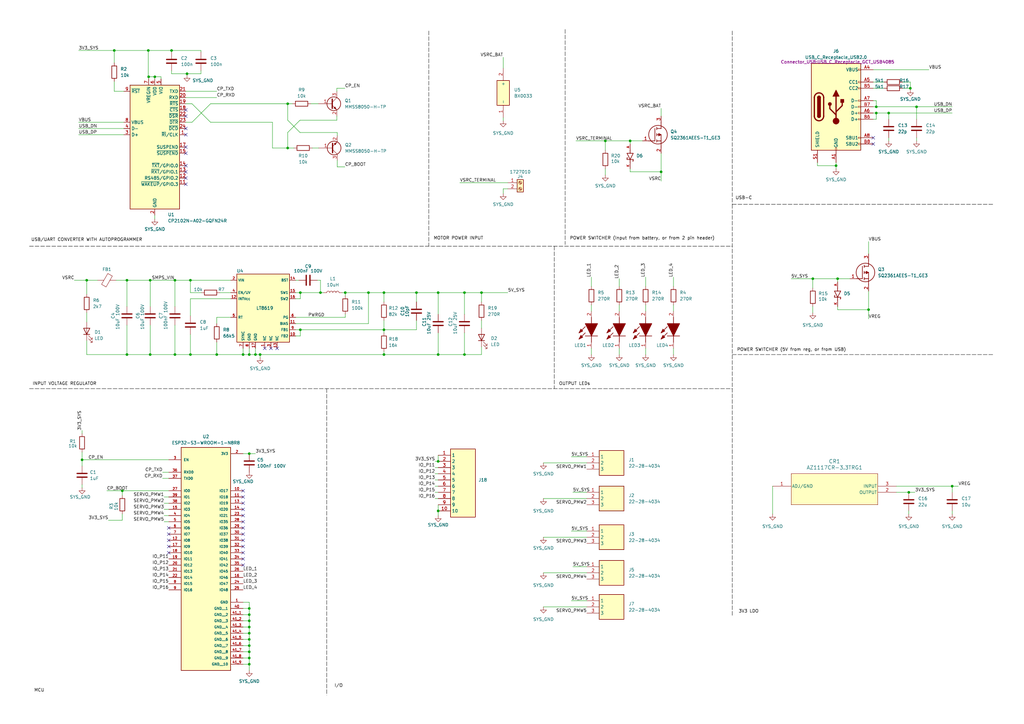
<source format=kicad_sch>
(kicad_sch (version 20231120) (generator "eeschema") (generator_version "8.0")
  (paper "A3")
  (title_block (title "Control Electronics for GDIP V1") (date "2024-11-26") (company "Tribonix ") (comment 1 "Drawn By: Filip Hanus"))
  (junction (at 170.815 120.015))
  (junction (at 372.745 201.93))
  (junction (at 359.41 43.815))
  (junction (at 52.07 145.415))
  (junction (at 157.48 120.015))
  (junction (at 179.705 209.55))
  (junction (at 102.235 249.555))
  (junction (at 390.525 199.39))
  (junction (at 123.19 135.255))
  (junction (at 179.705 189.23))
  (junction (at 35.56 114.935))
  (junction (at 102.235 272.415))
  (junction (at 52.07 114.935))
  (junction (at 102.235 262.255))
  (junction (at 102.235 267.335))
  (junction (at 106.68 145.415))
  (junction (at 333.375 114.3))
  (junction (at 197.485 120.015))
  (junction (at 61.595 145.415))
  (junction (at 375.92 43.815))
  (junction (at 151.13 120.015))
  (junction (at 76.708 30.226))
  (junction (at 71.755 145.415))
  (junction (at 131.445 120.015))
  (junction (at 248.285 57.785))
  (junction (at 78.105 145.415))
  (junction (at 78.105 114.935))
  (junction (at 157.48 145.415))
  (junction (at 102.235 254.635))
  (junction (at 123.19 120.015))
  (junction (at 102.235 145.415))
  (junction (at 117.983 60.706))
  (junction (at 102.235 269.875))
  (junction (at 179.705 145.415))
  (junction (at 61.595 114.935))
  (junction (at 343.535 114.3))
  (junction (at 179.705 120.015))
  (junction (at 258.445 57.785))
  (junction (at 356.235 127))
  (junction (at 102.235 264.795))
  (junction (at 141.605 120.015))
  (junction (at 102.235 252.095))
  (junction (at 63.5 31.496))
  (junction (at 70.358 20.701))
  (junction (at 60.833 20.701))
  (junction (at 359.41 46.355))
  (junction (at 88.9 145.415))
  (junction (at 117.983 42.545))
  (junction (at 46.863 20.701))
  (junction (at 60.96 31.496))
  (junction (at 190.5 145.415))
  (junction (at 102.235 186.055))
  (junction (at 364.49 46.355))
  (junction (at 104.775 145.415))
  (junction (at 99.695 145.415))
  (junction (at 190.5 120.015))
  (junction (at 50.165 201.295))
  (junction (at 102.235 259.715))
  (junction (at 342.9 67.945))
  (junction (at 102.235 257.175))
  (junction (at 373.38 36.195))
  (junction (at 157.48 135.255))
  (junction (at 271.145 70.485))
  (junction (at 71.755 114.935))
  (junction (at 33.655 188.595))
  (no_connect (at 358.14 59.055))
  (no_connect (at 69.215 219.075))
  (no_connect (at 76.2251 67.945))
  (no_connect (at 99.695 224.155))
  (no_connect (at 76.2 47.625))
  (no_connect (at 99.695 213.995))
  (no_connect (at 99.695 219.075))
  (no_connect (at 99.695 211.455))
  (no_connect (at 69.215 221.615))
  (no_connect (at 76.2 60.325))
  (no_connect (at 99.695 206.375))
  (no_connect (at 99.695 201.295))
  (no_connect (at 69.215 224.155))
  (no_connect (at 69.215 216.535))
  (no_connect (at 108.585 142.875))
  (no_connect (at 76.2 73.025))
  (no_connect (at 113.665 142.875))
  (no_connect (at 76.2 52.705))
  (no_connect (at 99.695 203.835))
  (no_connect (at 76.2 70.485))
  (no_connect (at 76.2 62.865))
  (no_connect (at 99.695 231.775))
  (no_connect (at 99.695 221.615))
  (no_connect (at 76.2 45.085))
  (no_connect (at 76.2 75.565))
  (no_connect (at 358.14 56.515))
  (no_connect (at 99.695 226.695))
  (no_connect (at 69.215 226.695))
  (no_connect (at 99.695 229.235))
  (no_connect (at 76.2 55.245))
  (no_connect (at 99.695 208.915))
  (no_connect (at 111.125 142.875))
  (no_connect (at 99.695 216.535))
  (wire (pts (xy 359.41 41.275) (xy 359.41 43.815)))
  (wire (pts (xy 102.235 257.175) (xy 102.235 259.715)))
  (wire (pts (xy 47.625 114.935) (xy 52.07 114.935)))
  (wire (pts (xy 99.695 269.875) (xy 102.235 269.875)))
  (wire (pts (xy 102.235 269.875) (xy 102.235 272.415)))
  (wire (pts (xy 242.57 142.875) (xy 242.57 145.415)))
  (wire (pts (xy 102.235 252.095) (xy 102.235 254.635)))
  (wire (pts (xy 123.19 122.555) (xy 123.19 120.015)))
  (wire (pts (xy 343.535 114.3) (xy 348.615 114.3)))
  (wire (pts (xy 276.225 142.875) (xy 276.225 145.415)))
  (wire (pts (xy 99.695 272.415) (xy 102.235 272.415)))
  (polyline (pts (xy 300.355 145.415) (xy 407.67 145.415)) (stroke (width 0) (type dash) (color 0 0 0 1)))
  (wire (pts (xy 179.705 145.415) (xy 190.5 145.415)))
  (wire (pts (xy 88.9 145.415) (xy 99.695 145.415)))
  (wire (pts (xy 359.41 48.895) (xy 359.41 46.355)))
  (wire (pts (xy 102.235 264.795) (xy 102.235 267.335)))
  (wire (pts (xy 364.49 46.355) (xy 364.49 48.895)))
  (wire (pts (xy 390.525 199.39) (xy 393.065 199.39)))
  (wire (pts (xy 197.485 120.015) (xy 208.28 120.015)))
  (wire (pts (xy 32.258 55.245) (xy 50.8 55.245)))
  (wire (pts (xy 35.56 114.935) (xy 40.005 114.935)))
  (wire (pts (xy 190.5 120.015) (xy 197.485 120.015)))
  (wire (pts (xy 170.815 123.825) (xy 170.815 120.015)))
  (wire (pts (xy 359.41 46.355) (xy 364.49 46.355)))
  (wire (pts (xy 359.41 43.815) (xy 375.92 43.815)))
  (wire (pts (xy 342.9 67.945) (xy 342.9 69.215)))
  (wire (pts (xy 179.705 211.455) (xy 179.705 209.55)))
  (wire (pts (xy 82.423 20.701) (xy 82.423 21.336)))
  (wire (pts (xy 258.445 57.785) (xy 263.525 57.785)))
  (wire (pts (xy 127.508 42.545) (xy 130.556 42.545)))
  (wire (pts (xy 370.205 33.655) (xy 373.38 33.655)))
  (wire (pts (xy 333.375 118.11) (xy 333.375 114.3)))
  (wire (pts (xy 206.375 48.26) (xy 206.375 49.53)))
  (wire (pts (xy 61.595 114.935) (xy 71.755 114.935)))
  (wire (pts (xy 362.585 33.655) (xy 358.14 33.655)))
  (polyline (pts (xy 300.355 83.82) (xy 407.67 83.82)) (stroke (width 0) (type dash) (color 0 0 0 1)))
  (wire (pts (xy 254 125.095) (xy 254 127.635)))
  (wire (pts (xy 178.435 201.93) (xy 179.705 201.93)))
  (wire (pts (xy 78.105 120.015) (xy 78.105 114.935)))
  (wire (pts (xy 373.38 36.195) (xy 373.38 36.83)))
  (wire (pts (xy 258.445 59.055) (xy 258.445 57.785)))
  (wire (pts (xy 117.983 54.356) (xy 123.063 49.276)))
  (wire (pts (xy 78.105 137.16) (xy 78.105 145.415)))
  (wire (pts (xy 46.863 20.701) (xy 60.833 20.701)))
  (wire (pts (xy 254 114.3) (xy 254 117.475)))
  (wire (pts (xy 234.95 232.41) (xy 240.665 232.41)))
  (wire (pts (xy 358.14 48.895) (xy 359.41 48.895)))
  (wire (pts (xy 117.983 42.545) (xy 117.983 49.276)))
  (wire (pts (xy 99.695 264.795) (xy 102.235 264.795)))
  (wire (pts (xy 104.775 142.875) (xy 104.775 145.415)))
  (wire (pts (xy 358.14 36.195) (xy 362.585 36.195)))
  (wire (pts (xy 33.655 198.755) (xy 33.655 200.025)))
  (wire (pts (xy 324.485 114.3) (xy 333.375 114.3)))
  (wire (pts (xy 248.285 57.785) (xy 258.445 57.785)))
  (wire (pts (xy 276.225 113.665) (xy 276.225 117.475)))
  (polyline (pts (xy 12.065 159.385) (xy 300.355 159.385)) (stroke (width 0) (type dash) (color 0 0 0 1)))
  (wire (pts (xy 76.2 40.005) (xy 88.9 40.005)))
  (wire (pts (xy 222.885 220.345) (xy 240.665 220.345)))
  (polyline (pts (xy 175.895 12.7) (xy 175.895 100.965)) (stroke (width 0) (type dash) (color 0 0 0 1)))
  (wire (pts (xy 178.435 199.39) (xy 179.705 199.39)))
  (wire (pts (xy 264.795 113.665) (xy 264.795 117.475)))
  (wire (pts (xy 197.485 145.415) (xy 197.485 142.24)))
  (wire (pts (xy 141.478 36.195) (xy 138.176 36.195)))
  (wire (pts (xy 343.535 127) (xy 356.235 127)))
  (wire (pts (xy 70.358 20.701) (xy 82.423 20.701)))
  (wire (pts (xy 78.74 42.545) (xy 86.36 50.165)))
  (wire (pts (xy 364.49 46.355) (xy 390.525 46.355)))
  (wire (pts (xy 276.225 125.095) (xy 276.225 127.635)))
  (wire (pts (xy 50.165 203.2) (xy 50.165 201.295)))
  (wire (pts (xy 66.04 32.385) (xy 66.04 31.496)))
  (wire (pts (xy 138.176 47.625) (xy 138.176 49.276)))
  (wire (pts (xy 121.285 114.935) (xy 122.555 114.935)))
  (wire (pts (xy 342.9 67.945) (xy 335.28 67.945)))
  (wire (pts (xy 206.375 23.495) (xy 206.375 27.94)))
  (wire (pts (xy 46.863 33.401) (xy 46.863 37.465)))
  (wire (pts (xy 179.705 128.905) (xy 179.705 120.015)))
  (wire (pts (xy 138.303 65.786) (xy 138.303 68.453)))
  (wire (pts (xy 333.375 114.3) (xy 343.535 114.3)))
  (wire (pts (xy 99.695 254.635) (xy 102.235 254.635)))
  (wire (pts (xy 121.285 130.175) (xy 141.605 130.175)))
  (wire (pts (xy 67.31 206.375) (xy 69.215 206.375)))
  (wire (pts (xy 106.68 145.415) (xy 157.48 145.415)))
  (wire (pts (xy 119.888 42.545) (xy 117.983 42.545)))
  (wire (pts (xy 234.95 201.93) (xy 240.665 201.93)))
  (wire (pts (xy 102.235 272.415) (xy 102.235 274.955)))
  (wire (pts (xy 44.45 213.36) (xy 50.165 213.36)))
  (wire (pts (xy 121.285 137.795) (xy 123.19 137.795)))
  (wire (pts (xy 123.19 135.255) (xy 157.48 135.255)))
  (polyline (pts (xy 231.775 12.065) (xy 231.775 100.33)) (stroke (width 0) (type dash) (color 0 0 0 1)))
  (wire (pts (xy 66.04 31.496) (xy 63.5 31.496)))
  (wire (pts (xy 206.375 79.375) (xy 206.375 77.47)))
  (wire (pts (xy 94.615 120.015) (xy 90.17 120.015)))
  (wire (pts (xy 102.235 262.255) (xy 102.235 264.795)))
  (polyline (pts (xy 227.33 100.965) (xy 227.33 159.385)) (stroke (width 0) (type dash) (color 0 0 0 1)))
  (wire (pts (xy 197.485 134.62) (xy 197.485 131.445)))
  (wire (pts (xy 178.435 191.77) (xy 179.705 191.77)))
  (wire (pts (xy 67.31 208.915) (xy 69.215 208.915)))
  (wire (pts (xy 78.105 129.54) (xy 78.105 122.555)))
  (wire (pts (xy 52.07 133.35) (xy 52.07 145.415)))
  (wire (pts (xy 76.2 42.545) (xy 78.74 42.545)))
  (wire (pts (xy 140.335 120.015) (xy 141.605 120.015)))
  (wire (pts (xy 60.833 20.701) (xy 70.358 20.701)))
  (wire (pts (xy 316.865 210.82) (xy 316.865 199.39)))
  (wire (pts (xy 102.235 267.335) (xy 102.235 269.875)))
  (wire (pts (xy 67.31 203.835) (xy 69.215 203.835)))
  (wire (pts (xy 188.595 74.93) (xy 208.28 74.93)))
  (wire (pts (xy 141.605 121.285) (xy 141.605 120.015)))
  (wire (pts (xy 71.755 114.935) (xy 78.105 114.935)))
  (wire (pts (xy 138.303 54.356) (xy 138.303 55.626)))
  (wire (pts (xy 35.56 120.65) (xy 35.56 114.935)))
  (wire (pts (xy 264.795 142.875) (xy 264.795 145.415)))
  (wire (pts (xy 141.605 130.175) (xy 141.605 128.905)))
  (wire (pts (xy 76.2 50.165) (xy 78.74 50.165)))
  (wire (pts (xy 99.695 247.015) (xy 102.235 247.015)))
  (wire (pts (xy 35.56 132.08) (xy 35.56 128.27)))
  (wire (pts (xy 179.705 186.69) (xy 179.705 189.23)))
  (wire (pts (xy 70.358 28.956) (xy 70.358 30.226)))
  (wire (pts (xy 60.96 31.496) (xy 63.5 31.496)))
  (wire (pts (xy 356.235 127) (xy 356.235 130.81)))
  (wire (pts (xy 138.303 68.453) (xy 141.478 68.453)))
  (wire (pts (xy 99.695 249.555) (xy 102.235 249.555)))
  (polyline (pts (xy 133.985 159.385) (xy 133.985 285.115)) (stroke (width 0) (type dash) (color 0 0 0 1)))
  (wire (pts (xy 70.358 30.226) (xy 76.708 30.226)))
  (wire (pts (xy 190.5 120.015) (xy 190.5 128.905)))
  (wire (pts (xy 60.96 31.496) (xy 60.833 31.496)))
  (wire (pts (xy 358.14 41.275) (xy 359.41 41.275)))
  (wire (pts (xy 35.56 139.7) (xy 35.56 145.415)))
  (wire (pts (xy 76.708 30.226) (xy 82.423 30.226)))
  (wire (pts (xy 333.375 128.27) (xy 333.375 125.73)))
  (wire (pts (xy 234.315 217.805) (xy 240.665 217.805)))
  (wire (pts (xy 61.595 125.73) (xy 61.595 114.935)))
  (wire (pts (xy 46.863 20.701) (xy 46.863 25.781)))
  (wire (pts (xy 111.76 60.706) (xy 117.983 60.706)))
  (polyline (pts (xy 300.355 83.82) (xy 300.355 252.73)) (stroke (width 0) (type dash) (color 0 0 0 1)))
  (wire (pts (xy 343.535 115.57) (xy 343.535 114.3)))
  (wire (pts (xy 71.755 145.415) (xy 78.105 145.415)))
  (wire (pts (xy 170.815 120.015) (xy 179.705 120.015)))
  (wire (pts (xy 88.9 140.335) (xy 88.9 145.415)))
  (wire (pts (xy 70.358 21.336) (xy 70.358 20.701)))
  (wire (pts (xy 76.2 67.945) (xy 76.454 67.945)))
  (wire (pts (xy 60.833 20.701) (xy 60.833 31.496)))
  (wire (pts (xy 178.435 194.31) (xy 179.705 194.31)))
  (wire (pts (xy 390.525 210.82) (xy 390.525 209.55)))
  (wire (pts (xy 78.105 114.935) (xy 94.615 114.935)))
  (wire (pts (xy 99.695 257.175) (xy 102.235 257.175)))
  (wire (pts (xy 157.48 120.015) (xy 170.815 120.015)))
  (wire (pts (xy 375.92 56.515) (xy 375.92 57.785)))
  (wire (pts (xy 258.445 70.485) (xy 271.145 70.485)))
  (wire (pts (xy 117.983 49.276) (xy 123.063 54.356)))
  (wire (pts (xy 248.285 71.755) (xy 248.285 69.215)))
  (wire (pts (xy 78.105 145.415) (xy 88.9 145.415)))
  (wire (pts (xy 102.235 247.015) (xy 102.235 249.555)))
  (wire (pts (xy 128.143 60.706) (xy 130.683 60.706)))
  (wire (pts (xy 222.885 204.47) (xy 240.665 204.47)))
  (wire (pts (xy 138.176 36.195) (xy 138.176 37.465)))
  (wire (pts (xy 131.445 120.015) (xy 123.19 120.015)))
  (wire (pts (xy 131.445 114.935) (xy 131.445 120.015)))
  (wire (pts (xy 254 142.875) (xy 254 145.415)))
  (wire (pts (xy 102.235 259.715) (xy 102.235 262.255)))
  (wire (pts (xy 111.76 50.165) (xy 111.76 60.706)))
  (wire (pts (xy 367.665 201.93) (xy 372.745 201.93)))
  (wire (pts (xy 67.31 211.455) (xy 69.215 211.455)))
  (wire (pts (xy 123.063 49.276) (xy 138.176 49.276)))
  (wire (pts (xy 67.31 213.995) (xy 69.215 213.995)))
  (wire (pts (xy 32.258 20.701) (xy 46.863 20.701)))
  (wire (pts (xy 242.57 113.665) (xy 242.57 117.475)))
  (wire (pts (xy 33.655 188.595) (xy 69.215 188.595)))
  (wire (pts (xy 373.38 33.655) (xy 373.38 36.195)))
  (wire (pts (xy 99.695 252.095) (xy 102.235 252.095)))
  (wire (pts (xy 271.145 44.45) (xy 271.145 47.625)))
  (wire (pts (xy 102.235 186.055) (xy 104.775 186.055)))
  (wire (pts (xy 32.258 50.165) (xy 50.8 50.165)))
  (wire (pts (xy 35.56 145.415) (xy 52.07 145.415)))
  (wire (pts (xy 46.863 37.465) (xy 50.8 37.465)))
  (wire (pts (xy 99.695 267.335) (xy 102.235 267.335)))
  (wire (pts (xy 130.175 114.935) (xy 131.445 114.935)))
  (wire (pts (xy 179.705 207.01) (xy 179.705 209.55)))
  (wire (pts (xy 131.445 120.015) (xy 132.715 120.015)))
  (wire (pts (xy 179.705 120.015) (xy 190.5 120.015)))
  (wire (pts (xy 179.705 189.23) (xy 178.435 189.23)))
  (wire (pts (xy 50.165 213.36) (xy 50.165 210.82)))
  (wire (pts (xy 190.5 145.415) (xy 197.485 145.415)))
  (wire (pts (xy 32.258 52.705) (xy 50.8 52.705)))
  (wire (pts (xy 66.675 193.675) (xy 69.215 193.675)))
  (polyline (pts (xy 12.065 100.965) (xy 300.355 100.965)) (stroke (width 0) (type dash) (color 0 0 0 1)))
  (wire (pts (xy 375.92 43.815) (xy 375.92 48.895)))
  (wire (pts (xy 157.48 131.445) (xy 157.48 135.255)))
  (wire (pts (xy 222.885 189.865) (xy 240.665 189.865)))
  (wire (pts (xy 78.74 50.165) (xy 86.36 42.545)))
  (wire (pts (xy 343.535 125.73) (xy 343.535 127)))
  (wire (pts (xy 99.695 259.715) (xy 102.235 259.715)))
  (wire (pts (xy 86.36 50.165) (xy 111.76 50.165)))
  (wire (pts (xy 190.5 145.415) (xy 190.5 136.525)))
  (wire (pts (xy 157.48 144.145) (xy 157.48 145.415)))
  (wire (pts (xy 271.145 70.485) (xy 271.145 74.295)))
  (wire (pts (xy 271.145 70.485) (xy 271.145 62.865)))
  (wire (pts (xy 102.235 254.635) (xy 102.235 257.175)))
  (wire (pts (xy 104.775 145.415) (xy 106.68 145.415)))
  (wire (pts (xy 179.705 136.525) (xy 179.705 145.415)))
  (wire (pts (xy 197.485 123.825) (xy 197.485 120.015)))
  (wire (pts (xy 121.285 122.555) (xy 123.19 122.555)))
  (wire (pts (xy 248.285 61.595) (xy 248.285 57.785)))
  (wire (pts (xy 88.9 130.175) (xy 88.9 132.715)))
  (wire (pts (xy 372.745 210.82) (xy 372.745 209.55)))
  (wire (pts (xy 358.14 46.355) (xy 359.41 46.355)))
  (wire (pts (xy 356.235 127) (xy 356.235 119.38)))
  (wire (pts (xy 178.435 204.47) (xy 179.705 204.47)))
  (wire (pts (xy 76.708 30.861) (xy 76.708 30.226)))
  (polyline (pts (xy 300.355 12.7) (xy 300.355 83.82)) (stroke (width 0) (type dash) (color 0 0 0 1)))
  (wire (pts (xy 342.9 66.675) (xy 342.9 67.945)))
  (wire (pts (xy 234.315 246.38) (xy 240.665 246.38)))
  (wire (pts (xy 82.423 28.956) (xy 82.423 30.226)))
  (wire (pts (xy 102.235 142.875) (xy 102.235 145.415)))
  (wire (pts (xy 335.28 67.945) (xy 335.28 66.675)))
  (wire (pts (xy 170.815 131.445) (xy 170.815 135.255)))
  (wire (pts (xy 157.48 145.415) (xy 179.705 145.415)))
  (wire (pts (xy 242.57 125.095) (xy 242.57 127.635)))
  (wire (pts (xy 170.815 135.255) (xy 157.48 135.255)))
  (wire (pts (xy 356.235 99.06) (xy 356.235 104.14)))
  (wire (pts (xy 50.165 201.295) (xy 69.215 201.295)))
  (wire (pts (xy 63.5 88.265) (xy 63.5 89.789)))
  (wire (pts (xy 117.983 60.706) (xy 117.983 54.356)))
  (wire (pts (xy 52.07 114.935) (xy 61.595 114.935)))
  (wire (pts (xy 151.13 132.715) (xy 151.13 120.015)))
  (wire (pts (xy 123.19 120.015) (xy 121.285 120.015)))
  (wire (pts (xy 123.19 137.795) (xy 123.19 135.255)))
  (wire (pts (xy 99.695 142.875) (xy 99.695 145.415)))
  (wire (pts (xy 236.22 57.785) (xy 248.285 57.785)))
  (wire (pts (xy 99.695 145.415) (xy 102.235 145.415)))
  (wire (pts (xy 390.525 199.39) (xy 390.525 201.93)))
  (wire (pts (xy 102.235 249.555) (xy 102.235 252.095)))
  (wire (pts (xy 60.96 31.496) (xy 60.96 32.385)))
  (wire (pts (xy 372.745 201.93) (xy 375.285 201.93)))
  (wire (pts (xy 358.14 43.815) (xy 359.41 43.815)))
  (wire (pts (xy 106.68 146.685) (xy 106.68 145.415)))
  (wire (pts (xy 222.885 248.92) (xy 240.665 248.92)))
  (wire (pts (xy 33.655 191.135) (xy 33.655 188.595)))
  (wire (pts (xy 66.675 196.215) (xy 69.215 196.215)))
  (wire (pts (xy 33.655 185.42) (xy 33.655 188.595)))
  (wire (pts (xy 141.605 120.015) (xy 151.13 120.015)))
  (wire (pts (xy 71.755 125.73) (xy 71.755 114.935)))
  (wire (pts (xy 99.695 186.055) (xy 102.235 186.055)))
  (wire (pts (xy 30.48 114.935) (xy 35.56 114.935)))
  (wire (pts (xy 43.815 201.295) (xy 50.165 201.295)))
  (wire (pts (xy 94.615 130.175) (xy 88.9 130.175)))
  (wire (pts (xy 76.2 37.465) (xy 88.9 37.465)))
  (wire (pts (xy 375.92 43.815) (xy 390.525 43.815)))
  (wire (pts (xy 222.885 234.95) (xy 240.665 234.95)))
  (wire (pts (xy 367.665 199.39) (xy 390.525 199.39)))
  (wire (pts (xy 71.755 133.35) (xy 71.755 145.415)))
  (wire (pts (xy 157.48 135.255) (xy 157.48 136.525)))
  (wire (pts (xy 151.13 120.015) (xy 157.48 120.015)))
  (wire (pts (xy 61.595 145.415) (xy 71.755 145.415)))
  (wire (pts (xy 370.205 36.195) (xy 373.38 36.195)))
  (wire (pts (xy 52.07 125.73) (xy 52.07 114.935)))
  (wire (pts (xy 52.07 145.415) (xy 61.595 145.415)))
  (wire (pts (xy 157.48 123.825) (xy 157.48 120.015)))
  (wire (pts (xy 123.063 54.356) (xy 138.303 54.356)))
  (wire (pts (xy 364.49 56.515) (xy 364.49 57.785)))
  (wire (pts (xy 121.285 135.255) (xy 123.19 135.255)))
  (wire (pts (xy 82.55 120.015) (xy 78.105 120.015)))
  (wire (pts (xy 61.595 133.35) (xy 61.595 145.415)))
  (wire (pts (xy 234.315 187.325) (xy 240.665 187.325)))
  (wire (pts (xy 121.285 132.715) (xy 151.13 132.715)))
  (wire (pts (xy 178.435 196.85) (xy 179.705 196.85)))
  (wire (pts (xy 99.695 262.255) (xy 102.235 262.255)))
  (wire (pts (xy 264.795 125.095) (xy 264.795 127.635)))
  (wire (pts (xy 120.523 60.706) (xy 117.983 60.706)))
  (wire (pts (xy 358.14 28.575) (xy 381 28.575)))
  (wire (pts (xy 258.445 69.215) (xy 258.445 70.485)))
  (wire (pts (xy 33.655 176.53) (xy 33.655 177.8)))
  (wire (pts (xy 78.105 122.555) (xy 94.615 122.555)))
  (wire (pts (xy 86.36 42.545) (xy 117.983 42.545)))
  (wire (pts (xy 63.5 31.496) (xy 63.5 32.385)))
  (wire (pts (xy 102.235 145.415) (xy 104.775 145.415)))
  (wire (pts (xy 206.375 77.47) (xy 208.28 77.47)))
  (text "OUTPUT LEDs" (at 229.235 157.48 0) (effects (font (size 1.27 1.27)) (justify left)))
  (text "I/O" (at 137.16 281.305 0) (effects (font (size 1.27 1.27)) (justify left)))
  (text "3V3 LDO" (at 302.895 250.825 0) (effects (font (size 1.27 1.27)) (justify left)))
  (text "USB/UART CONVERTER WITH AUTOPROGRAMMER" (at 35.56 98.425 0) (effects (font (size 1.27 1.27))))
  (text "USB-C\n" (at 301.625 81.28 0) (effects (font (size 1.27 1.27)) (justify left)))
  (text "POWER SWITCHER (5V from reg, or from USB)\n" (at 302.26 143.51 0) (effects (font (size 1.27 1.27)) (justify left)))
  (text "MOTOR POWER INPUT\n" (at 177.8 97.79 0) (effects (font (size 1.27 1.27)) (justify left)))
  (text "INPUT VOLTAGE REGULATOR" (at 13.335 157.48 0) (effects (font (size 1.27 1.27)) (justify left)))
  (text "MCU" (at 13.97 283.21 0) (effects (font (size 1.27 1.27)) (justify left)))
  (text "POWER SWITCHER (Input from battery, or from 2 pin header)\n" (at 233.68 97.79 0) (effects (font (size 1.27 1.27)) (justify left)))
  (label "LED_4" (at 99.695 241.935 0))
  (label "CP_BOOT" (at 141.478 68.453 0))
  (label "LED_2" (at 254 114.3 90))
  (label "IO_P14" (at 178.435 199.39 180))
  (label "IO_P11" (at 69.215 229.235 180))
  (label "CP_BOOT" (at 43.815 201.295 0))
  (label "LED_2" (at 99.695 236.855 0))
  (label "LED_3" (at 99.695 239.395 0))
  (label "3V3_SYS" (at 178.435 189.23 180))
  (label "SERVO_PMW2" (at 67.31 206.375 180))
  (label "IO_P16" (at 69.215 241.935 180))
  (label "5V_SYS" (at 234.95 232.41 0))
  (label "5V_SYS" (at 208.28 120.015 0))
  (label "VREG" (at 393.065 199.39 0))
  (label "5V_SYS" (at 234.315 246.38 0))
  (label "CP_RXD" (at 88.9 40.005 0))
  (label "LED_1" (at 99.695 234.315 0))
  (label "IO_P12" (at 69.215 231.775 180))
  (label "VSRC_BAT" (at 271.145 44.45 180))
  (label "IO_P15" (at 69.215 239.395 180))
  (label "3V3_SYS" (at 104.775 186.055 0))
  (label "LED_3" (at 264.795 113.665 90))
  (label "SERVO_PMW4" (at 67.31 211.455 180))
  (label "VSRC" (at 271.145 74.295 180))
  (label "3V3_SYS" (at 33.655 176.53 90))
  (label "USB_DN" (at 390.525 43.815 180))
  (label "3V3_SYS" (at 44.45 213.36 180))
  (label "CP_EN" (at 36.195 188.595 0))
  (label "IO_P15" (at 178.435 201.93 180))
  (label "CP_EN" (at 141.478 36.195 0))
  (label "IO_P13" (at 69.215 234.315 180))
  (label "IO_P16" (at 178.435 204.47 180))
  (label "5V_SYS" (at 234.315 187.325 0))
  (label "LED_4" (at 276.225 113.665 90))
  (label "VBUS" (at 356.235 99.06 0))
  (label "CP_TXD" (at 88.9 37.465 0))
  (label "VSRC_TERMINAL" (at 236.22 57.785 0))
  (label "VBUS" (at 381 28.575 0))
  (label "VSRC_TERMINAL" (at 188.595 74.93 0))
  (label "VSRC" (at 30.48 114.935 180))
  (label "5V_SYS" (at 234.95 201.93 0))
  (label "3V3_SYS" (at 32.258 20.701 0))
  (label "SERVO_PMW3" (at 240.665 222.885 180))
  (label "5V_SYS" (at 234.315 217.805 0))
  (label "SERVO_PMW4" (at 240.665 237.49 180))
  (label "VREG" (at 356.235 130.81 0))
  (label "IO_P12" (at 178.435 194.31 180))
  (label "VBUS" (at 32.258 50.165 0))
  (label "CP_TXD" (at 66.675 193.675 180))
  (label "USB_DP" (at 390.525 46.355 180))
  (label "USB_DN" (at 32.258 52.705 0))
  (label "CP_RXD" (at 66.675 196.215 180))
  (label "IO_P14" (at 69.215 236.855 180))
  (label "SERVO_PMW5" (at 67.31 213.995 180))
  (label "LED_1" (at 242.57 113.665 90))
  (label "3V3_SYS" (at 375.285 201.93 0))
  (label "USB_DP" (at 32.258 55.245 0))
  (label "VSRC_BAT" (at 206.375 23.495 180))
  (label "IO_P13" (at 178.435 196.85 180))
  (label "5V_SYS" (at 324.485 114.3 0))
  (label "IO_P11" (at 178.435 191.77 180))
  (label "SERVO_PMW5" (at 240.665 251.46 180))
  (label "SERVO_PMW1" (at 240.665 192.405 180))
  (label "SERVO_PMW3" (at 67.31 208.915 180))
  (label "PWRGD" (at 126.365 130.175 0))
  (label "SERVO_PMW1" (at 67.31 203.835 180))
  (label "SERVO_PMW2" (at 240.665 207.01 180))
  (label "SMPS_VIN" (at 62.23 114.935 0))
  (symbol (lib_id "Samacsys_kicad_sym:BX0033") (at 206.375 48.26 90) (unit 1)
    (property "Reference" "U5" (at 210.82 36.8299 90) (effects (justify right)))
    (property "Value" "BX0033" (at 210.82 39.3699 90) (effects (justify right)))
    (property "Footprint" "Samacsys:BX0033" (effects (hide yes)))
    (property "Datasheet" "https://www.bulgin.com/pdf/pdf.php?sku=BX0033" (effects (hide yes)))
    (property "Description" "Battery Holders" (effects (hide yes)))
    (property "Mouser Part Number" "122-BX0033" (effects (hide yes)))
    (property "Mouser Price/Stock" "https://www.mouser.co.uk/ProductDetail/Bulgin/BX0033?qs=mZhjc5a7U8zJAJTATpoz8g%3D%3D" (effects (hide yes)))
    (property "Manufacturer_Name" "Bulgin" (effects (hide yes)))
    (property "Manufacturer_Part_Number" "BX0033" (effects (hide yes)))
  )
  (symbol (lib_id "Device:R") (at 276.225 121.285 0) (unit 1)
    (property "Reference" "R4" (at 278.765 120.0149 0) (effects (justify left)))
    (property "Value" "270R" (at 278.765 122.5549 0) (effects (justify left)))
    (property "Footprint" "Resistor_SMD:R_0402_1005Metric" (effects (hide yes)))
  )
  (symbol (lib_id "Device:R") (at 33.655 181.61 180) (unit 1)
    (property "Reference" "R1" (at 29.845 180.975 0))
    (property "Value" "10k" (at 29.845 182.88 0))
    (property "Footprint" "Resistor_SMD:R_0603_1608Metric" (effects (hide yes)))
    (property "Datasheet" "https://www.digikey.co.uk/en/products/detail/stackpole-electronics-inc/RMCF0603JG10K0/1712133" (effects (hide yes)))
  )
  (symbol (lib_id "power:GND") (at 179.705 211.455 0) (unit 1)
    (property "Reference" "#PWR013" (effects (hide yes)))
    (property "Value" "SYS_GND" (at 179.705 215.265 0))
  )
  (symbol (lib_id "Device:C") (at 375.92 52.705 0) (unit 1)
    (property "Reference" "C14" (at 379.73 51.4349 0) (effects (justify left)))
    (property "Value" "22p" (at 379.73 53.9749 0) (effects (justify left)))
    (property "Footprint" "Capacitor_SMD:C_0402_1005Metric" (effects (hide yes)))
  )
  (symbol (lib_id "power:GND") (at 390.525 210.82 0) (unit 1)
    (property "Reference" "#PWR037" (effects (hide yes)))
    (property "Value" "SYS_GND" (at 390.525 215.9 0))
  )
  (symbol (lib_id "Device:LED") (at 35.56 135.89 90) (unit 1)
    (property "Reference" "D1" (at 38.735 136.2074 90) (effects (justify right)))
    (property "Value" "LED" (at 38.735 138.7474 90) (effects (justify right)))
    (property "Footprint" "LED_SMD:LED_0603_1608Metric" (effects (hide yes)))
    (property "Datasheet" "https://www.digikey.co.uk/en/products/detail/sunled/XZM2ACR53W-1/4745774" (effects (hide yes)))
    (property "Description" "alternative:SML-D12U8WT86" (effects (hide yes)))
  )
  (symbol (lib_id "Device:C") (at 372.745 205.74 0) (unit 1)
    (property "Reference" "C16" (at 376.555 204.4699 0) (effects (justify left)))
    (property "Value" "22u" (at 376.555 207.0099 0) (effects (justify left)))
    (property "Footprint" "Capacitor_SMD:C_0402_1005Metric" (effects (hide yes)))
  )
  (symbol (lib_id "Device:C") (at 78.105 133.35 0) (unit 1)
    (property "Reference" "C8" (at 81.915 132.0799 0) (effects (justify left)))
    (property "Value" "1uF" (at 81.915 134.6199 0) (effects (justify left)))
    (property "Footprint" "Capacitor_SMD:C_0603_1608Metric" (effects (hide yes)))
    (property "Datasheet" "https://www.digikey.co.uk/en/products/detail/yageo/CC0603KRX6S8BB105/15766648" (effects (hide yes)))
  )
  (symbol (lib_id "Device:L") (at 136.525 120.015 90) (unit 1)
    (property "Reference" "L1" (at 136.525 114.3 90))
    (property "Value" "10uH" (at 136.525 116.84 90))
    (property "Footprint" "Samacsys:NRS4018T100MDGJ" (effects (hide yes)))
    (property "Datasheet" "https://www.digikey.co.uk/en/products/detail/taiyo-yuden/NRS4018T100MDGJ/2648964" (effects (hide yes)))
  )
  (symbol (lib_id "Custom:SYS_GND") (at 102.235 193.675 0) (unit 1) (in_bom no)
    (property "Reference" "#PWR06" (effects (hide yes)))
    (property "Value" "SYS_GND" (at 99.695 197.485 0))
  )
  (symbol (lib_id "power:GND") (at 254 145.415 0) (unit 1)
    (property "Reference" "#PWR020" (effects (hide yes)))
    (property "Value" "SYS_GND" (at 254 149.86 0))
  )
  (symbol (lib_id "Snapeda:AZ1117CR-3.3TRG1") (at 316.865 199.39 0) (unit 1)
    (property "Reference" "CR1" (at 342.265 189.23 0) (effects (font (size 1.524 1.524))))
    (property "Value" "AZ1117CR-3.3TRG1" (at 342.265 191.77 0) (effects (font (size 1.524 1.524))))
    (property "Footprint" "Snapeda:SOT89_AZ1117_DIO" (effects (hide yes)))
    (property "Datasheet" "AZ1117CR-3.3TRG1" (effects (hide yes)))
  )
  (symbol (lib_id "power:GND") (at 375.92 57.785 0) (unit 1)
    (property "Reference" "#PWR031" (effects (hide yes)))
    (property "Value" "SYS_GND" (at 375.92 62.23 0))
  )
  (symbol (lib_id "Device:C") (at 61.595 129.54 0) (unit 1)
    (property "Reference" "C6" (at 56.515 130.81 90) (effects (justify left)))
    (property "Value" "10uF 100V" (at 58.42 135.255 90) (effects (justify left)))
    (property "Footprint" "Capacitor_SMD:C_1210_3225Metric" (effects (hide yes)))
    (property "Datasheet" "https://www.digikey.co.uk/en/products/detail/samsung-electro-mechanics/CL32Y106KCVZNWE/15992073" (effects (hide yes)))
  )
  (symbol (lib_id "Device:R") (at 242.57 121.285 0) (unit 1)
    (property "Reference" "R5" (at 245.11 120.0149 0) (effects (justify left)))
    (property "Value" "270R" (at 245.11 122.5549 0) (effects (justify left)))
    (property "Footprint" "Resistor_SMD:R_0402_1005Metric" (effects (hide yes)))
  )
  (symbol (lib_id "Custom:SYS_GND") (at 206.375 49.53 0) (unit 1) (in_bom no)
    (property "Reference" "#PWR017" (effects (hide yes)))
    (property "Value" "SYS_GND" (at 206.375 54.61 0))
  )
  (symbol (lib_id "Device:R") (at 141.605 125.095 0) (unit 1)
    (property "Reference" "R11" (at 144.145 123.8249 0) (effects (justify left)))
    (property "Value" "100k" (at 144.145 126.3649 0) (effects (justify left)))
    (property "Footprint" "Resistor_SMD:R_0603_1608Metric" (effects (hide yes)))
    (property "Datasheet" "https://www.digikey.co.uk/en/products/detail/vishay-beyschlag-draloric-bc-components/MCT06030D1003DP500/2801076" (effects (hide yes)))
  )
  (symbol (lib_id "Samacsys_kicad_sym:TLHG5420-ASZ") (at 242.57 142.875 90) (unit 1)
    (property "Reference" "LED1" (at 235.585 141.605 90) (effects (justify right)))
    (property "Value" "TLHG5420-ASZ" (effects (hide yes)))
    (property "Footprint" "Samacsys:TLHG5420ASZ" (effects (hide yes)))
    (property "Datasheet" "https://www.vishay.com/docs/86335/tlhg542_tlhg642.pdf" (effects (hide yes)))
    (property "Description" "Standard LEDs - Through Hole 5MM LED GREEN TINT. DIFFused with Standoff" (effects (hide yes)))
    (property "Height" "12.8" (effects (hide yes)))
    (property "Mouser Part Number" "78-TLHG5420-ASZ" (effects (hide yes)))
    (property "Mouser Price/Stock" "https://www.mouser.co.uk/ProductDetail/Vishay-Siliconix/TLHG5420-ASZ?qs=M%2FWrVUahkW9Iv5EBNpgqMA%3D%3D" (effects (hide yes)))
    (property "Manufacturer_Name" "Vishay" (effects (hide yes)))
    (property "Manufacturer_Part_Number" "TLHG5420-ASZ" (effects (hide yes)))
  )
  (symbol (lib_id "power:GND") (at 373.38 36.83 0) (unit 1)
    (property "Reference" "#PWR030" (effects (hide yes)))
    (property "Value" "SYS_GND" (at 373.38 40.64 0))
  )
  (symbol (lib_id "power:GND") (at 222.885 189.865 0) (unit 1)
    (property "Reference" "#PWR08" (effects (hide yes)))
    (property "Value" "SYS_GND" (at 222.885 194.31 0))
  )
  (symbol (lib_id "Snapeda:PMEG3020EH_115") (at 343.535 120.65 270) (unit 1)
    (property "Reference" "D5" (at 346.075 120.396 90) (effects (justify left)))
    (property "Value" "PMEG3020EH_115" (effects (hide yes)))
    (property "Footprint" "Snapeda:PMEG3020EH_115_DIO_PMEG3020EH_115" (effects (hide yes)))
    (property "Datasheet" "https://jlcpcb.com/partdetail/Nexperia-PMEG3020EH115/C167645" (effects (hide yes)))
    (property "Description" "PMEG3020EH_115" (effects (hide yes)))
    (property "MF" "NXP Semiconductors" (effects (hide yes)))
    (property "Purchase-URL" "https://pricing.snapeda.com/search/part/PMEG3020EH,115/?ref=eda" (effects (hide yes)))
    (property "Package" "SOD-123F NXP Semiconductors" (effects (hide yes)))
    (property "Price" "None" (effects (hide yes)))
    (property "MP" "PMEG3020EH,115" (effects (hide yes)))
    (property "Availability" "In Stock" (effects (hide yes)))
    (property "Description_1" "Diode Schottky 30V 2A (DC) Surface Mount SOD-123F" (effects (hide yes)))
  )
  (symbol (lib_id "Device:R") (at 264.795 121.285 0) (unit 1)
    (property "Reference" "R14" (at 267.335 120.0149 0) (effects (justify left)))
    (property "Value" "270R" (at 267.335 122.5549 0) (effects (justify left)))
    (property "Footprint" "Resistor_SMD:R_0402_1005Metric" (effects (hide yes)))
  )
  (symbol (lib_id "Samacsys_kicad_sym:TLHG5420-ASZ") (at 276.225 142.875 90) (unit 1)
    (property "Reference" "LED4" (at 269.24 141.605 90) (effects (justify right)))
    (property "Value" "TLHG5420-ASZ" (effects (hide yes)))
    (property "Footprint" "Samacsys:TLHG5420ASZ" (effects (hide yes)))
    (property "Datasheet" "https://www.vishay.com/docs/86335/tlhg542_tlhg642.pdf" (effects (hide yes)))
    (property "Description" "Standard LEDs - Through Hole 5MM LED GREEN TINT. DIFFused with Standoff" (effects (hide yes)))
    (property "Height" "12.8" (effects (hide yes)))
    (property "Mouser Part Number" "78-TLHG5420-ASZ" (effects (hide yes)))
    (property "Mouser Price/Stock" "https://www.mouser.co.uk/ProductDetail/Vishay-Siliconix/TLHG5420-ASZ?qs=M%2FWrVUahkW9Iv5EBNpgqMA%3D%3D" (effects (hide yes)))
    (property "Manufacturer_Name" "Vishay" (effects (hide yes)))
    (property "Manufacturer_Part_Number" "TLHG5420-ASZ" (effects (hide yes)))
  )
  (symbol (lib_id "Device:R") (at 157.48 127.635 0) (unit 1)
    (property "Reference" "R12" (at 159.385 126.365 0) (effects (justify left)))
    (property "Value" "82k" (at 159.385 128.905 0) (effects (justify left)))
    (property "Footprint" "Resistor_SMD:R_0603_1608Metric" (effects (hide yes)))
    (property "Datasheet" "https://www.digikey.co.uk/en/products/detail/stackpole-electronics-inc/RNCF0603DTE82K0/6264174" (effects (hide yes)))
  )
  (symbol (lib_id "power:GND") (at 333.375 128.27 0) (unit 1)
    (property "Reference" "#PWR025" (effects (hide yes)))
    (property "Value" "SYS_GND" (at 333.375 133.35 0))
  )
  (symbol (lib_id "Device:R") (at 366.395 33.655 90) (unit 1)
    (property "Reference" "R16" (at 370.84 33.02 90))
    (property "Value" "5k1" (at 360.68 33.02 90))
    (property "Footprint" "Resistor_SMD:R_0402_1005Metric" (effects (hide yes)))
  )
  (symbol (lib_id "Device:C") (at 70.358 25.146 0) (unit 1)
    (property "Reference" "C2" (at 74.168 23.8759 0) (effects (justify left)))
    (property "Value" "100n" (at 74.168 26.4159 0) (effects (justify left)))
    (property "Footprint" "Capacitor_SMD:C_0402_1005Metric" (effects (hide yes)))
  )
  (symbol (lib_id "Samacsys:SQ2361AEES-T1_GE3") (at 263.525 57.785 0) (unit 1)
    (property "Reference" "Q4" (at 274.955 53.9749 0) (effects (justify left)))
    (property "Value" "SQ2361AEES-T1_GE3" (at 274.955 56.5149 0) (effects (justify left)))
    (property "Footprint" "Samacsys:SOT95P237X112-3N" (effects (hide yes)))
    (property "Description" "VISHAY - SQ2361AEES-T1_GE3 - MOSFET, AUTO, P-CH, -60V, -2.8A" (effects (hide yes)))
    (property "Height" "1.12" (effects (hide yes)))
    (property "Mouser Part Number" "78-SQ2361AEES-T1_GE3" (effects (hide yes)))
    (property "Mouser Price/Stock" "https://www.mouser.co.uk/ProductDetail/Vishay-Siliconix/SQ2361AEES-T1_GE3?qs=RG9shxi6bw25HGQRAsqosw%3D%3D" (effects (hide yes)))
    (property "Manufacturer_Name" "Vishay" (effects (hide yes)))
    (property "Manufacturer_Part_Number" "SQ2361AEES-T1_GE3" (effects (hide yes)))
  )
  (symbol (lib_id "Device:C") (at 170.815 127.635 180) (unit 1)
    (property "Reference" "C10" (at 165.1 127.635 90))
    (property "Value" "10pF" (at 167.005 127.635 90))
    (property "Footprint" "Capacitor_SMD:C_0603_1608Metric" (effects (hide yes)))
    (property "Datasheet" "https://www.digikey.co.uk/en/products/detail/johanson-technology-inc/QCCP501Q100J1GV001T/13542102" (effects (hide yes)))
  )
  (symbol (lib_id "Custom:SYS_GND") (at 33.655 200.025 0) (unit 1) (in_bom no)
    (property "Reference" "#PWR01" (effects (hide yes)))
    (property "Value" "SYS_GND" (at 28.575 203.835 0) (effects (justify left)))
  )
  (symbol (lib_id "Samacsys_kicad_sym:22-28-4034") (at 240.665 246.38 0) (unit 1)
    (property "Reference" "J7" (at 257.81 247.6499 0) (effects (justify left)))
    (property "Value" "22-28-4034" (at 257.81 250.1899 0) (effects (justify left)))
    (property "Footprint" "Samacsys:HDRV3W66P0X254_1X3_762X249X1042P" (effects (hide yes)))
    (property "Description" "Headers & Wire Housings 3P HEADER 15u Au" (effects (hide yes)))
    (property "Height" "10.42" (effects (hide yes)))
    (property "Mouser Part Number" "538-22-28-4034" (effects (hide yes)))
    (property "Mouser Price/Stock" "https://www.mouser.co.uk/ProductDetail/Molex/22-28-4034?qs=d9fIA1aNikSe4sPe0kcxOw%3D%3D" (effects (hide yes)))
    (property "Manufacturer_Name" "Molex" (effects (hide yes)))
    (property "Manufacturer_Part_Number" "22-28-4034" (effects (hide yes)))
  )
  (symbol (lib_id "Samacsys_kicad_sym:M20-7821042") (at 179.705 186.69 0) (unit 1)
    (property "Reference" "J18" (at 196.215 196.8499 0) (effects (justify left)))
    (property "Value" "M20-7821042" (effects (hide yes)))
    (property "Footprint" "Samacsys:SHDR10W70P0X254_1X10_2580X250X865P" (effects (hide yes)))
    (property "Datasheet" "https://cdn.harwin.com/pdfs/M20-782.pdf" (effects (hide yes)))
    (property "Description" "2.54mm (0.1\") Pitch SIL Vertical Throughboard Socket Assembly, selective gold + tin, 10 contacts" (effects (hide yes)))
    (property "Height" "8.65" (effects (hide yes)))
    (property "Mouser Part Number" "855-M20-7821042" (effects (hide yes)))
    (property "Mouser Price/Stock" "https://www.mouser.co.uk/ProductDetail/Harwin/M20-7821042?qs=Jph8NoUxIfUg6RlpQXBvqA%3D%3D" (effects (hide yes)))
    (property "Manufacturer_Name" "Harwin" (effects (hide yes)))
    (property "Manufacturer_Part_Number" "M20-7821042" (effects (hide yes)))
  )
  (symbol (lib_id "Device:R") (at 197.485 127.635 0) (unit 1)
    (property "Reference" "R19" (at 200.025 126.3649 0) (effects (justify left)))
    (property "Value" "270R" (at 200.025 128.9049 0) (effects (justify left)))
    (property "Footprint" "Resistor_SMD:R_0603_1608Metric" (effects (hide yes)))
    (property "Datasheet" "https://www.digikey.co.uk/en/products/detail/vishay-dale/RCS0603270RJNEA/5868863" (effects (hide yes)))
  )
  (symbol (lib_id "power:GND") (at 63.5 89.789 0) (unit 1)
    (property "Reference" "#PWR03" (effects (hide yes)))
    (property "Value" "SYS_GND" (at 63.5 93.98 0))
  )
  (symbol (lib_id "Samacsys_kicad_sym:22-28-4034") (at 240.665 232.41 0) (unit 1)
    (property "Reference" "J5" (at 257.81 233.6799 0) (effects (justify left)))
    (property "Value" "22-28-4034" (at 257.81 236.2199 0) (effects (justify left)))
    (property "Footprint" "Samacsys:HDRV3W66P0X254_1X3_762X249X1042P" (effects (hide yes)))
    (property "Description" "Headers & Wire Housings 3P HEADER 15u Au" (effects (hide yes)))
    (property "Height" "10.42" (effects (hide yes)))
    (property "Mouser Part Number" "538-22-28-4034" (effects (hide yes)))
    (property "Mouser Price/Stock" "https://www.mouser.co.uk/ProductDetail/Molex/22-28-4034?qs=d9fIA1aNikSe4sPe0kcxOw%3D%3D" (effects (hide yes)))
    (property "Manufacturer_Name" "Molex" (effects (hide yes)))
    (property "Manufacturer_Part_Number" "22-28-4034" (effects (hide yes)))
  )
  (symbol (lib_id "Device:R") (at 50.165 207.01 180) (unit 1)
    (property "Reference" "R3" (at 45.72 207.645 90))
    (property "Value" "10k" (at 47.625 207.645 90))
    (property "Footprint" "Resistor_SMD:R_0603_1608Metric" (effects (hide yes)))
    (property "Datasheet" "https://www.digikey.co.uk/en/products/detail/stackpole-electronics-inc/RMCF0603JG10K0/1712133" (effects (hide yes)))
  )
  (symbol (lib_id "Samacsys_kicad_sym:TLHG5420-ASZ") (at 264.795 142.875 90) (unit 1)
    (property "Reference" "LED3" (at 257.81 141.605 90) (effects (justify right)))
    (property "Value" "TLHG5420-ASZ" (effects (hide yes)))
    (property "Footprint" "Samacsys:TLHG5420ASZ" (effects (hide yes)))
    (property "Datasheet" "https://www.vishay.com/docs/86335/tlhg542_tlhg642.pdf" (effects (hide yes)))
    (property "Description" "Standard LEDs - Through Hole 5MM LED GREEN TINT. DIFFused with Standoff" (effects (hide yes)))
    (property "Height" "12.8" (effects (hide yes)))
    (property "Mouser Part Number" "78-TLHG5420-ASZ" (effects (hide yes)))
    (property "Mouser Price/Stock" "https://www.mouser.co.uk/ProductDetail/Vishay-Siliconix/TLHG5420-ASZ?qs=M%2FWrVUahkW9Iv5EBNpgqMA%3D%3D" (effects (hide yes)))
    (property "Manufacturer_Name" "Vishay" (effects (hide yes)))
    (property "Manufacturer_Part_Number" "TLHG5420-ASZ" (effects (hide yes)))
  )
  (symbol (lib_id "power:GND") (at 76.708 30.861 0) (unit 1)
    (property "Reference" "#PWR04" (effects (hide yes)))
    (property "Value" "SYS_GND" (at 83.185 33.02 0))
  )
  (symbol (lib_id "Device:R") (at 124.333 60.706 90) (unit 1)
    (property "Reference" "R10" (at 124.333 63.881 90))
    (property "Value" "10k" (at 124.333 66.421 90))
    (property "Footprint" "Resistor_SMD:R_0402_1005Metric" (effects (hide yes)))
  )
  (symbol (lib_id "Device:C") (at 102.235 189.865 0) (unit 1)
    (property "Reference" "C5" (at 105.41 188.5949 0) (effects (justify left)))
    (property "Value" "100nF 100V" (at 105.41 191.135 0) (effects (justify left)))
    (property "Footprint" "Capacitor_SMD:C_0603_1608Metric" (effects (hide yes)))
    (property "Datasheet" "https://www.digikey.co.uk/en/products/detail/samsung-electro-mechanics/CL10B104KC8NNNC/5961291" (effects (hide yes)))
  )
  (symbol (lib_id "Device:C") (at 52.07 129.54 0) (unit 1)
    (property "Reference" "C4" (at 46.355 130.81 90) (effects (justify left)))
    (property "Value" "10uF 100V" (at 48.26 135.255 90) (effects (justify left)))
    (property "Footprint" "Capacitor_SMD:C_1210_3225Metric" (effects (hide yes)))
    (property "Datasheet" "https://www.digikey.co.uk/en/products/detail/samsung-electro-mechanics/CL32Y106KCVZNWE/15992073" (effects (hide yes)))
  )
  (symbol (lib_id "Device:C") (at 126.365 114.935 90) (unit 1)
    (property "Reference" "C9" (at 126.365 109.22 90))
    (property "Value" "100nF 100V" (at 126.365 111.125 90))
    (property "Footprint" "Capacitor_SMD:C_0603_1608Metric" (effects (hide yes)))
    (property "Datasheet" "https://www.digikey.co.uk/en/products/detail/samsung-electro-mechanics/CL10B104KC8NNNC/5961291" (effects (hide yes)))
  )
  (symbol (lib_id "power:GND") (at 222.885 234.95 0) (unit 1)
    (property "Reference" "#PWR011" (effects (hide yes)))
    (property "Value" "SYS_GND" (at 222.885 240.03 0))
  )
  (symbol (lib_id "Device:C") (at 33.655 194.945 0) (unit 1)
    (property "Reference" "C1" (at 36.83 193.6749 0) (effects (justify left)))
    (property "Value" "1uF" (at 36.83 196.2149 0) (effects (justify left)))
    (property "Footprint" "Capacitor_SMD:C_0603_1608Metric" (effects (hide yes)))
    (property "Datasheet" "https://www.digikey.co.uk/en/products/detail/yageo/CC0603KRX6S8BB105/15766648" (effects (hide yes)))
  )
  (symbol (lib_id "Interface_USB:CP2102N-Axx-xQFN24") (at 63.5 60.325 0) (unit 1)
    (property "Reference" "U1" (at 68.834 88.011 0) (effects (justify left)))
    (property "Value" "CP2102N-A02-GQFN24R " (at 68.834 90.551 0) (effects (justify left)))
    (property "Footprint" "Package_DFN_QFN:QFN-24-1EP_4x4mm_P0.5mm_EP2.6x2.6mm" (effects (hide yes)))
    (property "Datasheet" "https://www.silabs.com/documents/public/data-sheets/cp2102n-datasheet.pdf" (effects (hide yes)))
  )
  (symbol (lib_id "Samacsys_kicad_sym:22-28-4034") (at 240.665 201.93 0) (unit 1)
    (property "Reference" "J2" (at 257.81 203.1999 0) (effects (justify left)))
    (property "Value" "22-28-4034" (at 257.81 205.7399 0) (effects (justify left)))
    (property "Footprint" "Samacsys:HDRV3W66P0X254_1X3_762X249X1042P" (effects (hide yes)))
    (property "Description" "Headers & Wire Housings 3P HEADER 15u Au" (effects (hide yes)))
    (property "Height" "10.42" (effects (hide yes)))
    (property "Mouser Part Number" "538-22-28-4034" (effects (hide yes)))
    (property "Mouser Price/Stock" "https://www.mouser.co.uk/ProductDetail/Molex/22-28-4034?qs=d9fIA1aNikSe4sPe0kcxOw%3D%3D" (effects (hide yes)))
    (property "Manufacturer_Name" "Molex" (effects (hide yes)))
    (property "Manufacturer_Part_Number" "22-28-4034" (effects (hide yes)))
  )
  (symbol (lib_id "Device:R") (at 248.285 65.405 0) (unit 1)
    (property "Reference" "R20" (at 250.571 63.881 0) (effects (justify left)))
    (property "Value" "10k" (at 250.571 66.167 0) (effects (justify left)))
    (property "Footprint" "Resistor_SMD:R_0402_1005Metric" (effects (hide yes)))
  )
  (symbol (lib_id "Connector:Screw_Terminal_01x02") (at 213.36 74.93 0) (unit 1)
    (property "Reference" "J4" (at 213.36 72.39 0))
    (property "Value" "1727010" (at 213.36 70.485 0))
    (property "Footprint" "Samacsys:1727010" (effects (hide yes)))
    (property "Datasheet" "https://datasheet.datasheetarchive.com/originals/distributors/SFDatasheet-2/sf-00050638.pdf" (effects (hide yes)))
    (property "Description" "Conn PC Terminal Block 2 POS 3.81mm Solder ST Thru-Hole 13.5A" (effects (hide yes)))
  )
  (symbol (lib_id "Snapeda:ESP32-S3-WROOM-1-N8R8") (at 84.455 216.535 0) (unit 1)
    (property "Reference" "U2" (at 84.455 179.07 0))
    (property "Value" "ESP32-S3-WROOM-1-N8R8" (at 84.455 181.61 0))
    (property "Footprint" "Snapeda:ESP32-S3-WROOM-1-N8R8_XCVR_ESP32S3WROOM1N8R8" (effects (hide yes)))
    (property "MF" "Espressif Systems" (effects (hide yes)))
    (property "DESCRIPTION" "Bluetooth, WiFi 802.11b/g/n, Bluetooth v5.0 Transceiver Module 2.4GHz PCB Trace Surface Mount" (effects (hide yes)))
    (property "PACKAGE" "SMD-41 Espressif Systems" (effects (hide yes)))
    (property "PRICE" "None" (effects (hide yes)))
    (property "MP" "ESP32S3WROOM1N8R8" (effects (hide yes)))
    (property "AVAILABILITY" "In Stock" (effects (hide yes)))
    (property "PURCHASE-URL" "https://pricing.snapeda.com/search/part/ESP32S3WROOM1N8R8/?ref=eda" (effects (hide yes)))
  )
  (symbol (lib_id "Device:R") (at 366.395 36.195 90) (unit 1)
    (property "Reference" "R17" (at 370.84 35.56 90))
    (property "Value" "5k1" (at 360.68 35.56 90))
    (property "Footprint" "Resistor_SMD:R_0402_1005Metric" (effects (hide yes)))
  )
  (symbol (lib_id "Samacsys_kicad_sym:22-28-4034") (at 240.665 187.325 0) (unit 1)
    (property "Reference" "J1" (at 257.81 188.5949 0) (effects (justify left)))
    (property "Value" "22-28-4034" (at 257.81 191.1349 0) (effects (justify left)))
    (property "Footprint" "Samacsys:HDRV3W66P0X254_1X3_762X249X1042P" (effects (hide yes)))
    (property "Description" "Headers & Wire Housings 3P HEADER 15u Au" (effects (hide yes)))
    (property "Height" "10.42" (effects (hide yes)))
    (property "Mouser Part Number" "538-22-28-4034" (effects (hide yes)))
    (property "Mouser Price/Stock" "https://www.mouser.co.uk/ProductDetail/Molex/22-28-4034?qs=d9fIA1aNikSe4sPe0kcxOw%3D%3D" (effects (hide yes)))
    (property "Manufacturer_Name" "Molex" (effects (hide yes)))
    (property "Manufacturer_Part_Number" "22-28-4034" (effects (hide yes)))
  )
  (symbol (lib_id "Device:R") (at 88.9 136.525 0) (unit 1)
    (property "Reference" "R8" (at 91.44 135.2549 0) (effects (justify left)))
    (property "Value" "66k5" (at 91.44 137.7949 0) (effects (justify left)))
    (property "Footprint" "Resistor_SMD:R_0603_1608Metric" (effects (hide yes)))
    (property "Datasheet" "https://www.digikey.co.uk/en/products/detail/stackpole-electronics-inc/RMCF0603FT66K5/1761054" (effects (hide yes)))
  )
  (symbol (lib_id "power:GND") (at 372.745 210.82 0) (unit 1)
    (property "Reference" "#PWR035" (effects (hide yes)))
    (property "Value" "SYS_GND" (at 372.745 215.9 0))
  )
  (symbol (lib_id "Device:R") (at 157.48 140.335 0) (unit 1)
    (property "Reference" "R18" (at 159.385 139.065 0) (effects (justify left)))
    (property "Value" "16k" (at 159.385 141.605 0) (effects (justify left)))
    (property "Footprint" "Resistor_SMD:R_0603_1608Metric" (effects (hide yes)))
    (property "Datasheet" "https://www.digikey.co.uk/en/products/detail/vishay-beyschlag-draloric-bc-components/MCT06030C1602FP500/7347855" (effects (hide yes)))
  )
  (symbol (lib_id "power:GND") (at 364.49 57.785 0) (unit 1)
    (property "Reference" "#PWR029" (effects (hide yes)))
    (property "Value" "SYS_GND" (at 364.49 62.23 0))
  )
  (symbol (lib_id "Custom:SYS_GND") (at 106.68 146.685 0) (unit 1) (in_bom no)
    (property "Reference" "#PWR015" (effects (hide yes)))
    (property "Value" "SYS_GND" (at 106.68 151.13 0))
  )
  (symbol (lib_id "Device:C") (at 190.5 132.715 0) (unit 1)
    (property "Reference" "C12" (at 184.785 133.985 90) (effects (justify left)))
    (property "Value" "10uF 25V" (at 186.69 137.16 90) (effects (justify left)))
    (property "Footprint" "Capacitor_SMD:C_0603_1608Metric" (effects (hide yes)))
    (property "Datasheet" "https://www.digikey.co.uk/en/products/detail/samsung-electro-mechanics/CL10A106MA8NRNC/3887527" (effects (hide yes)))
  )
  (symbol (lib_id "Device:C") (at 390.525 205.74 0) (unit 1)
    (property "Reference" "C17" (at 394.335 204.4699 0) (effects (justify left)))
    (property "Value" "10u" (at 394.335 207.0099 0) (effects (justify left)))
    (property "Footprint" "Capacitor_SMD:C_0402_1005Metric" (effects (hide yes)))
  )
  (symbol (lib_id "power:GND") (at 248.285 71.755 0) (unit 1)
    (property "Reference" "#PWR016" (effects (hide yes)))
    (property "Value" "SYS_GND" (at 248.285 76.2 0))
  )
  (symbol (lib_id "Device:LED") (at 197.485 138.43 90) (unit 1)
    (property "Reference" "D2" (at 201.295 138.7474 90) (effects (justify right)))
    (property "Value" "LED" (at 201.295 141.2874 90) (effects (justify right)))
    (property "Footprint" "LED_SMD:LED_0603_1608Metric" (effects (hide yes)))
    (property "Datasheet" "https://www.digikey.co.uk/en/products/detail/sunled/XZM2ACR53W-1/4745774" (effects (hide yes)))
  )
  (symbol (lib_id "power:GND") (at 316.865 210.82 0) (unit 1)
    (property "Reference" "#PWR026" (effects (hide yes)))
    (property "Value" "SYS_GND" (at 316.865 215.9 0))
  )
  (symbol (lib_id "Device:R") (at 254 121.285 0) (unit 1)
    (property "Reference" "R13" (at 256.54 120.0149 0) (effects (justify left)))
    (property "Value" "270R" (at 256.54 122.5549 0) (effects (justify left)))
    (property "Footprint" "Resistor_SMD:R_0402_1005Metric" (effects (hide yes)))
  )
  (symbol (lib_id "Device:Q_NPN_BEC") (at 135.763 60.706 0) (mirror x) (unit 1)
    (property "Reference" "Q2" (at 141.478 59.4359 0) (effects (justify left)))
    (property "Value" "MMSS8050-H-TP" (at 141.478 61.9759 0) (effects (justify left)))
    (property "Footprint" "Snapeda:TNPN_SOT-23_MCC" (effects (hide yes)))
  )
  (symbol (lib_id "Connector:USB_C_Receptacle_USB2.0") (at 342.9 43.815 0) (unit 1)
    (property "Reference" "J6" (at 342.9 20.955 0))
    (property "Value" "USB_C_Receptacle_USB2.0" (at 342.9 23.495 0))
    (property "Footprint" "Connector_USB:USB_C_Receptacle_GCT_USB4085" (at 343.535 25.4 0))
    (property "Datasheet" "https://www.mouser.co.uk/ProductDetail/GCT/USB4085-GF-A?qs=KUoIvG%2F9Ilba1bQOahfWjw%3D%3D" (effects (hide yes)))
  )
  (symbol (lib_id "Device:R") (at 86.36 120.015 90) (unit 1)
    (property "Reference" "R7" (at 90.805 118.745 90))
    (property "Value" "10k" (at 81.28 118.745 90))
    (property "Footprint" "Resistor_SMD:R_0603_1608Metric" (effects (hide yes)))
    (property "Datasheet" "https://www.digikey.co.uk/en/products/detail/stackpole-electronics-inc/RMCF0603JG10K0/1712133" (effects (hide yes)))
  )
  (symbol (lib_id "Custom:SYS_GND") (at 102.235 274.955 0) (unit 1) (in_bom no)
    (property "Reference" "#PWR07" (effects (hide yes)))
    (property "Value" "SYS_GND" (at 102.235 279.4 0))
  )
  (symbol (lib_id "power:GND") (at 342.9 69.215 0) (unit 1)
    (property "Reference" "#PWR027" (effects (hide yes)))
    (property "Value" "SYS_GND" (at 342.9 73.66 0))
  )
  (symbol (lib_id "Custom:SYS_GND") (at 206.375 79.375 0) (unit 1) (in_bom no)
    (property "Reference" "#PWR023" (effects (hide yes)))
    (property "Value" "SYS_GND" (at 206.375 83.82 0))
  )
  (symbol (lib_id "Device:R") (at 35.56 124.46 0) (unit 1)
    (property "Reference" "R6" (at 38.1 123.1899 0) (effects (justify left)))
    (property "Value" "2k7" (at 38.1 125.7299 0) (effects (justify left)))
    (property "Footprint" "Resistor_SMD:R_1206_3216Metric" (effects (hide yes)))
    (property "Datasheet" "https://www.digikey.co.uk/en/products/detail/susumu/HRG3216P-2701-D-T1/5762506" (effects (hide yes)))
  )
  (symbol (lib_id "Device:C") (at 82.423 25.146 0) (unit 1)
    (property "Reference" "C3" (at 86.233 23.8759 0) (effects (justify left)))
    (property "Value" "100n" (at 86.233 26.4159 0) (effects (justify left)))
    (property "Footprint" "Capacitor_SMD:C_0402_1005Metric" (effects (hide yes)))
  )
  (symbol (lib_id "Device:R") (at 46.863 29.591 0) (unit 1)
    (property "Reference" "R2" (at 49.403 28.3209 0) (effects (justify left)))
    (property "Value" "10k" (at 49.403 30.8609 0) (effects (justify left)))
    (property "Footprint" "Resistor_SMD:R_0402_1005Metric" (effects (hide yes)))
  )
  (symbol (lib_id "power:GND") (at 222.885 248.92 0) (unit 1)
    (property "Reference" "#PWR012" (effects (hide yes)))
    (property "Value" "SYS_GND" (at 222.885 254 0))
  )
  (symbol (lib_id "Device:C") (at 179.705 132.715 0) (unit 1)
    (property "Reference" "C11" (at 173.99 133.985 90) (effects (justify left)))
    (property "Value" "10uF 25V" (at 175.895 137.16 90) (effects (justify left)))
    (property "Footprint" "Capacitor_SMD:C_0603_1608Metric" (effects (hide yes)))
    (property "Datasheet" "https://www.digikey.co.uk/en/products/detail/samsung-electro-mechanics/CL10A106MA8NRNC/3887527" (effects (hide yes)))
  )
  (symbol (lib_id "Device:Q_NPN_BEC") (at 135.636 42.545 0) (unit 1)
    (property "Reference" "Q1" (at 141.351 41.2749 0) (effects (justify left)))
    (property "Value" "MMSS8050-H-TP" (at 141.351 43.8149 0) (effects (justify left)))
    (property "Footprint" "Snapeda:TNPN_SOT-23_MCC" (effects (hide yes)))
  )
  (symbol (lib_id "Device:R") (at 123.698 42.545 90) (unit 1)
    (property "Reference" "R9" (at 123.698 36.83 90))
    (property "Value" "10k" (at 123.698 39.37 90))
    (property "Footprint" "Resistor_SMD:R_0402_1005Metric" (effects (hide yes)))
  )
  (symbol (lib_id "Samacsys:SQ2361AEES-T1_GE3") (at 348.615 114.3 0) (unit 1)
    (property "Reference" "Q3" (at 360.045 110.4899 0) (effects (justify left)))
    (property "Value" "SQ2361AEES-T1_GE3" (at 360.045 113.0299 0) (effects (justify left)))
    (property "Footprint" "Samacsys:SOT95P237X112-3N" (effects (hide yes)))
    (property "Description" "VISHAY - SQ2361AEES-T1_GE3 - MOSFET, AUTO, P-CH, -60V, -2.8A" (effects (hide yes)))
    (property "Height" "1.12" (effects (hide yes)))
    (property "Mouser Part Number" "78-SQ2361AEES-T1_GE3" (effects (hide yes)))
    (property "Mouser Price/Stock" "https://www.mouser.co.uk/ProductDetail/Vishay-Siliconix/SQ2361AEES-T1_GE3?qs=RG9shxi6bw25HGQRAsqosw%3D%3D" (effects (hide yes)))
    (property "Manufacturer_Name" "Vishay" (effects (hide yes)))
    (property "Manufacturer_Part_Number" "SQ2361AEES-T1_GE3" (effects (hide yes)))
  )
  (symbol (lib_id "Device:C") (at 364.49 52.705 0) (unit 1)
    (property "Reference" "C13" (at 368.3 51.4349 0) (effects (justify left)))
    (property "Value" "22p" (at 368.3 53.9749 0) (effects (justify left)))
    (property "Footprint" "Capacitor_SMD:C_0402_1005Metric" (effects (hide yes)))
  )
  (symbol (lib_id "Device:FerriteBead") (at 43.815 114.935 270) (unit 1)
    (property "Reference" "FB1" (at 43.815 110.49 90))
    (property "Value" "MAF1608GAD121LTAH0" (effects (hide yes)))
    (property "Footprint" "Inductor_SMD:L_0603_1608Metric" (effects (hide yes)))
    (property "Datasheet" "https://www.digikey.co.uk/en/products/detail/tdk-corporation/MAF1608GAD121LTAH0/10494788" (effects (hide yes)))
  )
  (symbol (lib_id "power:GND") (at 276.225 145.415 0) (unit 1)
    (property "Reference" "#PWR02" (effects (hide yes)))
    (property "Value" "SYS_GND" (at 276.225 149.86 0))
  )
  (symbol (lib_id "Samacsys_kicad_sym:TLHG5420-ASZ") (at 254 142.875 90) (unit 1)
    (property "Reference" "LED2" (at 247.015 141.605 90) (effects (justify right)))
    (property "Value" "TLHG5420-ASZ" (effects (hide yes)))
    (property "Footprint" "Samacsys:TLHG5420ASZ" (effects (hide yes)))
    (property "Datasheet" "https://www.vishay.com/docs/86335/tlhg542_tlhg642.pdf" (effects (hide yes)))
    (property "Description" "Standard LEDs - Through Hole 5MM LED GREEN TINT. DIFFused with Standoff" (effects (hide yes)))
    (property "Height" "12.8" (effects (hide yes)))
    (property "Mouser Part Number" "78-TLHG5420-ASZ" (effects (hide yes)))
    (property "Mouser Price/Stock" "https://www.mouser.co.uk/ProductDetail/Vishay-Siliconix/TLHG5420-ASZ?qs=M%2FWrVUahkW9Iv5EBNpgqMA%3D%3D" (effects (hide yes)))
    (property "Manufacturer_Name" "Vishay" (effects (hide yes)))
    (property "Manufacturer_Part_Number" "TLHG5420-ASZ" (effects (hide yes)))
  )
  (symbol (lib_id "Snapeda:PMEG3020EH_115") (at 258.445 64.135 270) (unit 1)
    (property "Reference" "D6" (at 260.985 63.881 90) (effects (justify left)))
    (property "Value" "PMEG3020EH_115" (effects (hide yes)))
    (property "Footprint" "Snapeda:PMEG3020EH_115_DIO_PMEG3020EH_115" (effects (hide yes)))
    (property "Datasheet" "https://jlcpcb.com/partdetail/Nexperia-PMEG3020EH115/C167645" (effects (hide yes)))
    (property "Description" "PMEG3020EH_115" (effects (hide yes)))
    (property "MF" "NXP Semiconductors" (effects (hide yes)))
    (property "Purchase-URL" "https://pricing.snapeda.com/search/part/PMEG3020EH,115/?ref=eda" (effects (hide yes)))
    (property "Package" "SOD-123F NXP Semiconductors" (effects (hide yes)))
    (property "Price" "None" (effects (hide yes)))
    (property "MP" "PMEG3020EH,115" (effects (hide yes)))
    (property "Availability" "In Stock" (effects (hide yes)))
    (property "Description_1" "Diode Schottky 30V 2A (DC) Surface Mount SOD-123F" (effects (hide yes)))
  )
  (symbol (lib_id "Samacsys_kicad_sym:22-28-4034") (at 240.665 217.805 0) (unit 1)
    (property "Reference" "J3" (at 257.81 219.0749 0) (effects (justify left)))
    (property "Value" "22-28-4034" (at 257.81 221.6149 0) (effects (justify left)))
    (property "Footprint" "Samacsys:HDRV3W66P0X254_1X3_762X249X1042P" (effects (hide yes)))
    (property "Description" "Headers & Wire Housings 3P HEADER 15u Au" (effects (hide yes)))
    (property "Height" "10.42" (effects (hide yes)))
    (property "Mouser Part Number" "538-22-28-4034" (effects (hide yes)))
    (property "Mouser Price/Stock" "https://www.mouser.co.uk/ProductDetail/Molex/22-28-4034?qs=d9fIA1aNikSe4sPe0kcxOw%3D%3D" (effects (hide yes)))
    (property "Manufacturer_Name" "Molex" (effects (hide yes)))
    (property "Manufacturer_Part_Number" "22-28-4034" (effects (hide yes)))
  )
  (symbol (lib_id "power:GND") (at 264.795 145.415 0) (unit 1)
    (property "Reference" "#PWR022" (effects (hide yes)))
    (property "Value" "SYS_GND" (at 264.795 149.86 0))
  )
  (symbol (lib_id "power:GND") (at 222.885 220.345 0) (unit 1)
    (property "Reference" "#PWR010" (effects (hide yes)))
    (property "Value" "SYS_GND" (at 222.885 224.79 0))
  )
  (symbol (lib_id "Device:C") (at 71.755 129.54 0) (unit 1)
    (property "Reference" "C7" (at 66.04 130.81 90) (effects (justify left)))
    (property "Value" "100nF 100V" (at 67.945 135.255 90) (effects (justify left)))
    (property "Footprint" "Capacitor_SMD:C_0603_1608Metric" (effects (hide yes)))
    (property "Datasheet" "https://www.digikey.co.uk/en/products/detail/samsung-electro-mechanics/CL10B104KC8NNNC/5961291" (effects (hide yes)))
  )
  (symbol (lib_id "Custom:LT8619") (at 106.045 126.365 0) (unit 1)
    (property "Reference" "U4" (at 98.425 111.125 0))
    (property "Value" "LT8619" (at 108.585 126.365 0))
    (property "Footprint" "Samacsys:SOP50P490X110-17N" (effects (hide yes)))
    (property "Datasheet" "https://www.digikey.co.uk/en/products/detail/analog-devices-inc/LT8619EMSE-PBF/8275872?s=N4IgTCBcDaIDIBUAcA2AjATgKIFkDKWAxAAoBCAYiALoC%2BQA" (effects (hide yes)))
  )
  (symbol (lib_id "power:GND") (at 222.885 204.47 0) (unit 1)
    (property "Reference" "#PWR09" (effects (hide yes)))
    (property "Value" "SYS_GND" (at 222.885 209.55 0))
  )
  (symbol (lib_id "Device:R") (at 333.375 121.92 0) (unit 1)
    (property "Reference" "R15" (at 335.661 120.396 0) (effects (justify left)))
    (property "Value" "10k" (at 335.661 122.682 0) (effects (justify left)))
    (property "Footprint" "Resistor_SMD:R_0402_1005Metric" (effects (hide yes)))
  )
  (symbol (lib_id "power:GND") (at 242.57 145.415 0) (unit 1)
    (property "Reference" "#PWR05" (effects (hide yes)))
    (property "Value" "SYS_GND" (at 242.57 149.86 0))
  )
)
</source>
